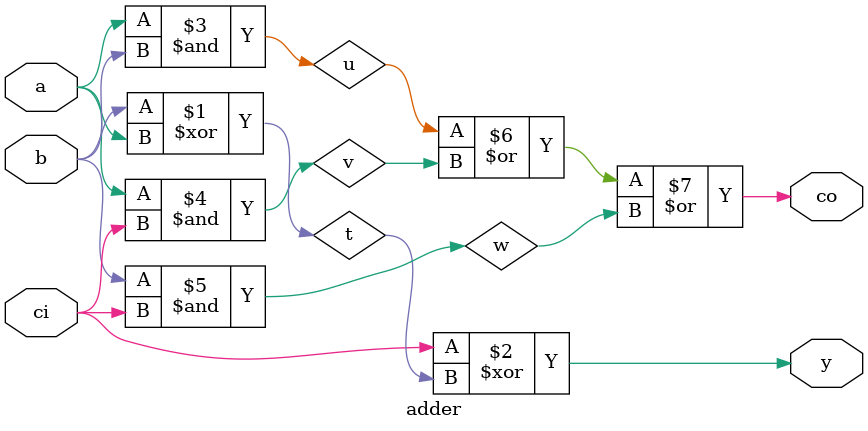
<source format=v>
module adder(a,b,ci,co,y);
input a,b,ci;
output y,co;
wire t,u,v,w;

xor(t,b,a);
xor(y,ci,t);
and(u,a,b);
and(v,a,ci);
and(w,b,ci);
or(co,u,v,w);

initial 
	begin
		$display ("this is full adder");
	end
endmodule

</source>
